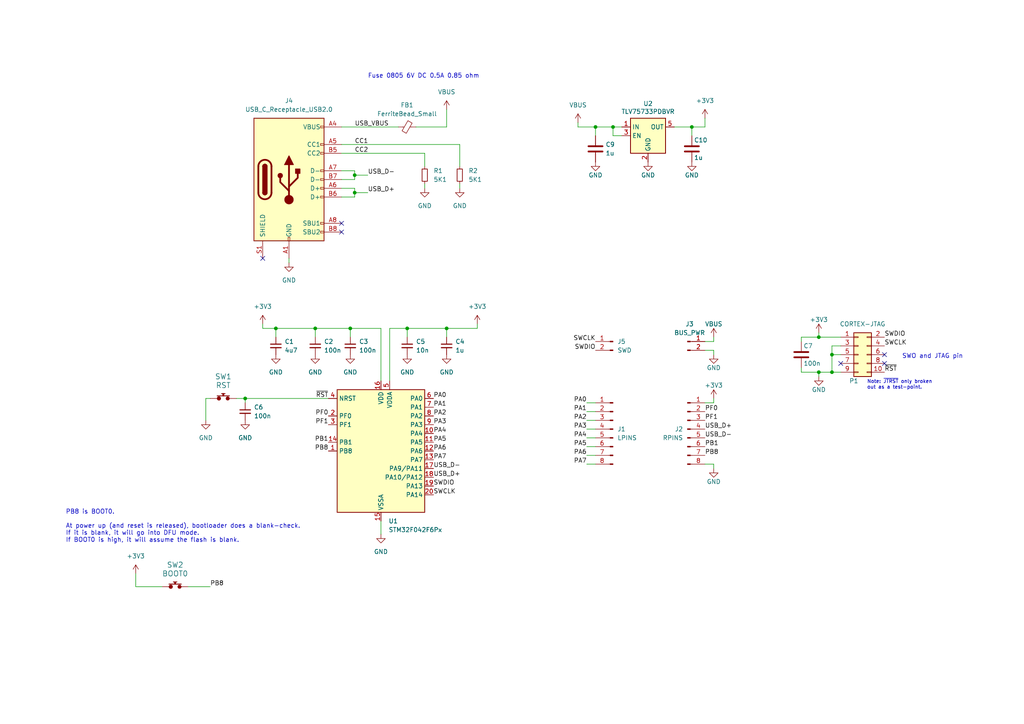
<source format=kicad_sch>
(kicad_sch (version 20230121) (generator eeschema)
  (paper "A4")
  (lib_symbols
    (symbol "Connector:Conn_01x02_Pin" (pin_names (offset 1.016) hide)
      (property "Reference" "J" (at 0 2.54 0))
      (property "Value" "Conn_01x02_Pin" (at 0 -5.08 0))
      (symbol "Conn_01x02_Pin_1_1"
        (polyline (pts (xy 1.27 -2.54) (xy 0.8636 -2.54)) (stroke (width 0.1524)))
        (polyline (pts (xy 1.27 0) (xy 0.8636 0)) (stroke (width 0.1524)))
        (rectangle (start 0.8636 -2.413) (end 0 -2.667) (stroke (width 0.1524)) (fill (type outline)))
        (rectangle (start 0.8636 0.127) (end 0 -0.127) (stroke (width 0.1524)) (fill (type outline)))
        (pin passive line (at 5.08 0 180) (length 3.81) (name "Pin_1") (number "1"))
        (pin passive line (at 5.08 -2.54 180) (length 3.81) (name "Pin_2") (number "2"))
      )
    )
    (symbol "Connector:Conn_01x08_Pin" (pin_names (offset 1.016) hide)
      (property "Reference" "J" (at 0 10.16 0))
      (property "Value" "Conn_01x08_Pin" (at 0 -12.7 0))
      (symbol "Conn_01x08_Pin_1_1"
        (polyline (pts (xy 1.27 -10.16) (xy 0.8636 -10.16)) (stroke (width 0.1524)))
        (polyline (pts (xy 1.27 -7.62) (xy 0.8636 -7.62)) (stroke (width 0.1524)))
        (polyline (pts (xy 1.27 -5.08) (xy 0.8636 -5.08)) (stroke (width 0.1524)))
        (polyline (pts (xy 1.27 -2.54) (xy 0.8636 -2.54)) (stroke (width 0.1524)))
        (polyline (pts (xy 1.27 0) (xy 0.8636 0)) (stroke (width 0.1524)))
        (polyline (pts (xy 1.27 2.54) (xy 0.8636 2.54)) (stroke (width 0.1524)))
        (polyline (pts (xy 1.27 5.08) (xy 0.8636 5.08)) (stroke (width 0.1524)))
        (polyline (pts (xy 1.27 7.62) (xy 0.8636 7.62)) (stroke (width 0.1524)))
        (rectangle (start 0.8636 -10.033) (end 0 -10.287) (stroke (width 0.1524)) (fill (type outline)))
        (rectangle (start 0.8636 -7.493) (end 0 -7.747) (stroke (width 0.1524)) (fill (type outline)))
        (rectangle (start 0.8636 -4.953) (end 0 -5.207) (stroke (width 0.1524)) (fill (type outline)))
        (rectangle (start 0.8636 -2.413) (end 0 -2.667) (stroke (width 0.1524)) (fill (type outline)))
        (rectangle (start 0.8636 0.127) (end 0 -0.127) (stroke (width 0.1524)) (fill (type outline)))
        (rectangle (start 0.8636 2.667) (end 0 2.413) (stroke (width 0.1524)) (fill (type outline)))
        (rectangle (start 0.8636 5.207) (end 0 4.953) (stroke (width 0.1524)) (fill (type outline)))
        (rectangle (start 0.8636 7.747) (end 0 7.493) (stroke (width 0.1524)) (fill (type outline)))
        (pin passive line (at 5.08 7.62 180) (length 3.81) (name "Pin_1") (number "1"))
        (pin passive line (at 5.08 5.08 180) (length 3.81) (name "Pin_2") (number "2"))
        (pin passive line (at 5.08 2.54 180) (length 3.81) (name "Pin_3") (number "3"))
        (pin passive line (at 5.08 0 180) (length 3.81) (name "Pin_4") (number "4"))
        (pin passive line (at 5.08 -2.54 180) (length 3.81) (name "Pin_5") (number "5"))
        (pin passive line (at 5.08 -5.08 180) (length 3.81) (name "Pin_6") (number "6"))
        (pin passive line (at 5.08 -7.62 180) (length 3.81) (name "Pin_7") (number "7"))
        (pin passive line (at 5.08 -10.16 180) (length 3.81) (name "Pin_8") (number "8"))
      )
    )
    (symbol "Connector:USB_C_Receptacle_USB2.0" (pin_names (offset 1.016))
      (property "Reference" "J" (at -10.16 19.05 0))
      (property "Value" "USB_C_Receptacle_USB2.0" (at 19.05 19.05 0))
      (symbol "USB_C_Receptacle_USB2.0_0_0"
        (rectangle (start -0.254 -17.78) (end 0.254 -16.764))
        (rectangle (start 10.16 -14.986) (end 9.144 -15.494))
        (rectangle (start 10.16 -12.446) (end 9.144 -12.954))
        (rectangle (start 10.16 -4.826) (end 9.144 -5.334))
        (rectangle (start 10.16 -2.286) (end 9.144 -2.794))
        (rectangle (start 10.16 0.254) (end 9.144 -0.254))
        (rectangle (start 10.16 2.794) (end 9.144 2.286))
        (rectangle (start 10.16 7.874) (end 9.144 7.366))
        (rectangle (start 10.16 10.414) (end 9.144 9.906))
        (rectangle (start 10.16 15.494) (end 9.144 14.986))
      )
      (symbol "USB_C_Receptacle_USB2.0_0_1"
        (rectangle (start -10.16 17.78) (end 10.16 -17.78) (stroke (width 0.254)) (fill (type background)))
        (arc (start -8.89 -3.81) (mid -6.985 -5.7067) (end -5.08 -3.81) (stroke (width 0.508)))
        (arc (start -7.62 -3.81) (mid -6.985 -4.4423) (end -6.35 -3.81) (stroke (width 0.254)))
        (arc (start -7.62 -3.81) (mid -6.985 -4.4423) (end -6.35 -3.81) (stroke (width 0.254)) (fill (type outline)))
        (rectangle (start -7.62 -3.81) (end -6.35 3.81) (stroke (width 0.254)) (fill (type outline)))
        (arc (start -6.35 3.81) (mid -6.985 4.4423) (end -7.62 3.81) (stroke (width 0.254)))
        (arc (start -6.35 3.81) (mid -6.985 4.4423) (end -7.62 3.81) (stroke (width 0.254)) (fill (type outline)))
        (arc (start -5.08 3.81) (mid -6.985 5.7067) (end -8.89 3.81) (stroke (width 0.508)))
        (circle (center -2.54 1.143) (radius 0.635) (stroke (width 0.254)) (fill (type outline)))
        (circle (center 0 -5.842) (radius 1.27) (fill (type outline)))
        (polyline (pts (xy -8.89 -3.81) (xy -8.89 3.81)) (stroke (width 0.508)))
        (polyline (pts (xy -5.08 3.81) (xy -5.08 -3.81)) (stroke (width 0.508)))
        (polyline (pts (xy 0 -5.842) (xy 0 4.318)) (stroke (width 0.508)))
        (polyline (pts (xy 0 -3.302) (xy -2.54 -0.762) (xy -2.54 0.508)) (stroke (width 0.508)))
        (polyline (pts (xy 0 -2.032) (xy 2.54 0.508) (xy 2.54 1.778)) (stroke (width 0.508)))
        (polyline (pts (xy -1.27 4.318) (xy 0 6.858) (xy 1.27 4.318) (xy -1.27 4.318)) (stroke (width 0.254)) (fill (type outline)))
        (rectangle (start 1.905 1.778) (end 3.175 3.048) (stroke (width 0.254)) (fill (type outline)))
      )
      (symbol "USB_C_Receptacle_USB2.0_1_1"
        (pin passive line (at 0 -22.86 90) (length 5.08) (name "GND") (number "A1"))
        (pin passive line (at 0 -22.86 90) (length 5.08) hide (name "GND") (number "A12"))
        (pin passive line (at 15.24 15.24 180) (length 5.08) (name "VBUS") (number "A4"))
        (pin bidirectional line (at 15.24 10.16 180) (length 5.08) (name "CC1") (number "A5"))
        (pin bidirectional line (at 15.24 -2.54 180) (length 5.08) (name "D+") (number "A6"))
        (pin bidirectional line (at 15.24 2.54 180) (length 5.08) (name "D-") (number "A7"))
        (pin bidirectional line (at 15.24 -12.7 180) (length 5.08) (name "SBU1") (number "A8"))
        (pin passive line (at 15.24 15.24 180) (length 5.08) hide (name "VBUS") (number "A9"))
        (pin passive line (at 0 -22.86 90) (length 5.08) hide (name "GND") (number "B1"))
        (pin passive line (at 0 -22.86 90) (length 5.08) hide (name "GND") (number "B12"))
        (pin passive line (at 15.24 15.24 180) (length 5.08) hide (name "VBUS") (number "B4"))
        (pin bidirectional line (at 15.24 7.62 180) (length 5.08) (name "CC2") (number "B5"))
        (pin bidirectional line (at 15.24 -5.08 180) (length 5.08) (name "D+") (number "B6"))
        (pin bidirectional line (at 15.24 0 180) (length 5.08) (name "D-") (number "B7"))
        (pin bidirectional line (at 15.24 -15.24 180) (length 5.08) (name "SBU2") (number "B8"))
        (pin passive line (at 15.24 15.24 180) (length 5.08) hide (name "VBUS") (number "B9"))
        (pin passive line (at -7.62 -22.86 90) (length 5.08) (name "SHIELD") (number "S1"))
      )
    )
    (symbol "Connector_Generic:Conn_02x05_Odd_Even" (pin_names (offset 1.016) hide)
      (property "Reference" "J" (at 1.27 7.62 0))
      (property "Value" "Conn_02x05_Odd_Even" (at 1.27 -7.62 0))
      (symbol "Conn_02x05_Odd_Even_1_1"
        (rectangle (start -1.27 -4.953) (end 0 -5.207) (stroke (width 0.1524)))
        (rectangle (start -1.27 -2.413) (end 0 -2.667) (stroke (width 0.1524)))
        (rectangle (start -1.27 0.127) (end 0 -0.127) (stroke (width 0.1524)))
        (rectangle (start -1.27 2.667) (end 0 2.413) (stroke (width 0.1524)))
        (rectangle (start -1.27 5.207) (end 0 4.953) (stroke (width 0.1524)))
        (rectangle (start -1.27 6.35) (end 3.81 -6.35) (stroke (width 0.254)) (fill (type background)))
        (rectangle (start 3.81 -4.953) (end 2.54 -5.207) (stroke (width 0.1524)))
        (rectangle (start 3.81 -2.413) (end 2.54 -2.667) (stroke (width 0.1524)))
        (rectangle (start 3.81 0.127) (end 2.54 -0.127) (stroke (width 0.1524)))
        (rectangle (start 3.81 2.667) (end 2.54 2.413) (stroke (width 0.1524)))
        (rectangle (start 3.81 5.207) (end 2.54 4.953) (stroke (width 0.1524)))
        (pin passive line (at -5.08 5.08 0) (length 3.81) (name "Pin_1") (number "1"))
        (pin passive line (at 7.62 -5.08 180) (length 3.81) (name "Pin_10") (number "10"))
        (pin passive line (at 7.62 5.08 180) (length 3.81) (name "Pin_2") (number "2"))
        (pin passive line (at -5.08 2.54 0) (length 3.81) (name "Pin_3") (number "3"))
        (pin passive line (at 7.62 2.54 180) (length 3.81) (name "Pin_4") (number "4"))
        (pin passive line (at -5.08 0 0) (length 3.81) (name "Pin_5") (number "5"))
        (pin passive line (at 7.62 0 180) (length 3.81) (name "Pin_6") (number "6"))
        (pin passive line (at -5.08 -2.54 0) (length 3.81) (name "Pin_7") (number "7"))
        (pin passive line (at 7.62 -2.54 180) (length 3.81) (name "Pin_8") (number "8"))
        (pin passive line (at -5.08 -5.08 0) (length 3.81) (name "Pin_9") (number "9"))
      )
    )
    (symbol "Device:C" (pin_numbers hide) (pin_names (offset 0.254))
      (property "Reference" "C" (at 0.635 2.54 0))
      (property "Value" "C" (at 0.635 -2.54 0))
      (symbol "C_0_1"
        (polyline (pts (xy -2.032 -0.762) (xy 2.032 -0.762)) (stroke (width 0.508)))
        (polyline (pts (xy -2.032 0.762) (xy 2.032 0.762)) (stroke (width 0.508)))
      )
      (symbol "C_1_1"
        (pin passive line (at 0 3.81 270) (length 2.794) (name "~") (number "1"))
        (pin passive line (at 0 -3.81 90) (length 2.794) (name "~") (number "2"))
      )
    )
    (symbol "Device:C_Small" (pin_numbers hide) (pin_names (offset 0.254) hide)
      (property "Reference" "C" (at 0.254 1.778 0))
      (property "Value" "C_Small" (at 0.254 -2.032 0))
      (symbol "C_Small_0_1"
        (polyline (pts (xy -1.524 -0.508) (xy 1.524 -0.508)) (stroke (width 0.3302)))
        (polyline (pts (xy -1.524 0.508) (xy 1.524 0.508)) (stroke (width 0.3048)))
      )
      (symbol "C_Small_1_1"
        (pin passive line (at 0 2.54 270) (length 2.032) (name "~") (number "1"))
        (pin passive line (at 0 -2.54 90) (length 2.032) (name "~") (number "2"))
      )
    )
    (symbol "Device:FerriteBead_Small" (pin_numbers hide) (pin_names (offset 0))
      (property "Reference" "FB" (at 1.905 1.27 0))
      (property "Value" "FerriteBead_Small" (at 1.905 -1.27 0))
      (symbol "FerriteBead_Small_0_1"
        (polyline (pts (xy 0 -1.27) (xy 0 -0.7874)))
        (polyline (pts (xy 0 0.889) (xy 0 1.2954)))
        (polyline (pts (xy -1.8288 0.2794) (xy -1.1176 1.4986) (xy 1.8288 -0.2032) (xy 1.1176 -1.4224) (xy -1.8288 0.2794)))
      )
      (symbol "FerriteBead_Small_1_1"
        (pin passive line (at 0 2.54 270) (length 1.27) (name "~") (number "1"))
        (pin passive line (at 0 -2.54 90) (length 1.27) (name "~") (number "2"))
      )
    )
    (symbol "Device:R_Small" (pin_numbers hide) (pin_names (offset 0.254) hide)
      (property "Reference" "R" (at 0.762 0.508 0))
      (property "Value" "R_Small" (at 0.762 -1.016 0))
      (symbol "R_Small_0_1"
        (rectangle (start -0.762 1.778) (end 0.762 -1.778) (stroke (width 0.2032)))
      )
      (symbol "R_Small_1_1"
        (pin passive line (at 0 2.54 270) (length 0.762) (name "~") (number "1"))
        (pin passive line (at 0 -2.54 90) (length 0.762) (name "~") (number "2"))
      )
    )
    (symbol "Engstad:SW_PUSH_NO" (pin_numbers hide) (pin_names (offset 0) hide)
      (property "Reference" "SW" (at 4.445 3.683 0))
      (property "Value" "SW_PUSH_NO" (at 0 -2.54 0))
      (symbol "SW_PUSH_NO_0_1"
        (circle (center -1.27 0) (radius 0.4064) (stroke (width 0.381)) (fill (type outline)))
        (rectangle (start -0.127 1.397) (end 0.127 0.762) (stroke (width 0.254)))
        (polyline (pts (xy -1.778 0.762) (xy 1.778 0.762)) (stroke (width 0.254)))
        (polyline (pts (xy -0.508 1.397) (xy 0.508 1.397)) (stroke (width 0.254)))
        (circle (center 1.27 0) (radius 0.381) (stroke (width 0.381)) (fill (type outline)))
      )
      (symbol "SW_PUSH_NO_1_1"
        (pin input line (at -3.81 0 0) (length 2.54) (name "~") (number "1"))
        (pin input line (at 3.81 0 180) (length 2.54) (name "~") (number "2"))
      )
    )
    (symbol "MCU_ST_STM32F0:STM32F042F6Px"
      (property "Reference" "U" (at -12.7 19.05 0))
      (property "Value" "STM32F042F6Px" (at 5.08 19.05 0))
      (symbol "STM32F042F6Px_0_1"
        (rectangle (start -12.7 -17.78) (end 12.7 17.78) (stroke (width 0.254)) (fill (type background)))
      )
      (symbol "STM32F042F6Px_1_1"
        (pin bidirectional line (at -15.24 0 0) (length 2.54) (name "PB8") (number "1"))
        (pin bidirectional line (at 15.24 5.08 180) (length 2.54) (name "PA4") (number "10"))
        (pin bidirectional line (at 15.24 2.54 180) (length 2.54) (name "PA5") (number "11"))
        (pin bidirectional line (at 15.24 0 180) (length 2.54) (name "PA6") (number "12"))
        (pin bidirectional line (at 15.24 -2.54 180) (length 2.54) (name "PA7") (number "13"))
        (pin bidirectional line (at -15.24 2.54 0) (length 2.54) (name "PB1") (number "14"))
        (pin power_in line (at 0 -20.32 90) (length 2.54) (name "VSSA") (number "15"))
        (pin power_in line (at 0 20.32 270) (length 2.54) (name "VDD") (number "16"))
        (pin bidirectional line (at 15.24 -5.08 180) (length 2.54) (name "PA9/PA11") (number "17"))
        (pin bidirectional line (at 15.24 -7.62 180) (length 2.54) (name "PA10/PA12") (number "18"))
        (pin bidirectional line (at 15.24 -10.16 180) (length 2.54) (name "PA13") (number "19"))
        (pin bidirectional line (at -15.24 10.16 0) (length 2.54) (name "PF0") (number "2"))
        (pin bidirectional line (at 15.24 -12.7 180) (length 2.54) (name "PA14") (number "20"))
        (pin bidirectional line (at -15.24 7.62 0) (length 2.54) (name "PF1") (number "3"))
        (pin input line (at -15.24 15.24 0) (length 2.54) (name "NRST") (number "4"))
        (pin power_in line (at 2.54 20.32 270) (length 2.54) (name "VDDA") (number "5"))
        (pin bidirectional line (at 15.24 15.24 180) (length 2.54) (name "PA0") (number "6"))
        (pin bidirectional line (at 15.24 12.7 180) (length 2.54) (name "PA1") (number "7"))
        (pin bidirectional line (at 15.24 10.16 180) (length 2.54) (name "PA2") (number "8"))
        (pin bidirectional line (at 15.24 7.62 180) (length 2.54) (name "PA3") (number "9"))
      )
    )
    (symbol "Regulator_Linear:LP5907MFX-3.3"
      (property "Reference" "U" (at -3.81 6.35 0))
      (property "Value" "LP5907MFX-3.3" (at 6.35 6.35 0))
      (symbol "LP5907MFX-3.3_0_1"
        (rectangle (start -5.08 -5.08) (end 5.08 5.08) (stroke (width 0.254)) (fill (type background)))
        (pin power_in line (at -7.62 2.54 0) (length 2.54) (name "IN") (number "1"))
        (pin power_in line (at 0 -7.62 90) (length 2.54) (name "GND") (number "2"))
        (pin input line (at -7.62 0 0) (length 2.54) (name "EN") (number "3"))
        (pin no_connect line (at 5.08 0 180) (length 2.54) hide (name "NC") (number "4"))
        (pin power_out line (at 7.62 2.54 180) (length 2.54) (name "OUT") (number "5"))
      )
    )
    (symbol "power:+3V3" (power) (pin_names (offset 0))
      (property "Value" "+3V3" (at 0 3.556 0))
      (symbol "+3V3_0_1"
        (polyline (pts (xy -0.762 1.27) (xy 0 2.54)))
        (polyline (pts (xy 0 0) (xy 0 2.54)))
        (polyline (pts (xy 0 2.54) (xy 0.762 1.27)))
      )
      (symbol "+3V3_1_1"
        (pin power_in line (at 0 0 90) (length 0) hide (name "+3V3") (number "1"))
      )
    )
    (symbol "power:GND" (power) (pin_names (offset 0))
      (property "Value" "GND" (at 0 -3.81 0))
      (symbol "GND_0_1"
        (polyline (pts (xy 0 0) (xy 0 -1.27) (xy 1.27 -1.27) (xy 0 -2.54) (xy -1.27 -1.27) (xy 0 -1.27)))
      )
      (symbol "GND_1_1"
        (pin power_in line (at 0 0 270) (length 0) hide (name "GND") (number "1"))
      )
    )
    (symbol "power:VBUS" (power) (pin_names (offset 0))
      (property "Value" "VBUS" (at 0 3.81 0))
      (symbol "VBUS_0_1"
        (polyline (pts (xy -0.762 1.27) (xy 0 2.54)))
        (polyline (pts (xy 0 0) (xy 0 2.54)))
        (polyline (pts (xy 0 2.54) (xy 0.762 1.27)))
      )
      (symbol "VBUS_1_1"
        (pin power_in line (at 0 0 90) (length 0) hide (name "VBUS") (number "1"))
      )
    )
  )
  (junction (at 237.49 97.79))
  (junction (at 172.72 36.83))
  (junction (at 101.6 95.25))
  (junction (at 71.12 115.57))
  (junction (at 129.54 95.25))
  (junction (at 118.11 95.25))
  (junction (at 91.44 95.25))
  (junction (at 102.87 55.88))
  (junction (at 237.49 107.95))
  (junction (at 80.01 95.25))
  (junction (at 102.87 50.8))
  (junction (at 241.3 107.95))
  (junction (at 177.8 36.83))
  (junction (at 200.66 36.83))
  (junction (at 241.3 102.87))
  (no_connect (at 99.06 67.31))
  (no_connect (at 99.06 64.77))
  (no_connect (at 76.2 74.93))
  (no_connect (at 256.54 102.87))
  (no_connect (at 243.84 105.41))
  (no_connect (at 256.54 105.41))
  (wire (pts (xy 170.18 116.84) (xy 172.72 116.84)))
  (wire (pts (xy 204.47 101.6) (xy 207.01 101.6)))
  (wire (pts (xy 59.69 115.57) (xy 60.96 115.57)))
  (wire (pts (xy 99.06 41.91) (xy 133.35 41.91)))
  (wire (pts (xy 241.3 100.33) (xy 241.3 102.87)))
  (wire (pts (xy 39.37 170.18) (xy 46.99 170.18)))
  (wire (pts (xy 177.8 39.37) (xy 180.34 39.37)))
  (wire (pts (xy 170.18 121.92) (xy 172.72 121.92)))
  (wire (pts (xy 113.03 95.25) (xy 118.11 95.25)))
  (wire (pts (xy 91.44 95.25) (xy 101.6 95.25)))
  (wire (pts (xy 120.65 36.83) (xy 129.54 36.83)))
  (wire (pts (xy 54.61 170.18) (xy 60.96 170.18)))
  (wire (pts (xy 99.06 57.15) (xy 102.87 57.15)))
  (wire (pts (xy 237.49 107.95) (xy 241.3 107.95)))
  (wire (pts (xy 237.49 107.95) (xy 237.49 109.22)))
  (wire (pts (xy 123.19 53.34) (xy 123.19 54.61)))
  (wire (pts (xy 207.01 101.6) (xy 207.01 102.87)))
  (wire (pts (xy 39.37 166.37) (xy 39.37 170.18)))
  (wire (pts (xy 204.47 116.84) (xy 207.01 116.84)))
  (wire (pts (xy 71.12 115.57) (xy 95.25 115.57)))
  (wire (pts (xy 170.18 129.54) (xy 172.72 129.54)))
  (wire (pts (xy 200.66 36.83) (xy 204.47 36.83)))
  (wire (pts (xy 102.87 49.53) (xy 102.87 50.8)))
  (wire (pts (xy 232.41 106.68) (xy 232.41 107.95)))
  (wire (pts (xy 170.18 124.46) (xy 172.72 124.46)))
  (wire (pts (xy 170.18 119.38) (xy 172.72 119.38)))
  (wire (pts (xy 101.6 95.25) (xy 110.49 95.25)))
  (wire (pts (xy 170.18 127) (xy 172.72 127)))
  (wire (pts (xy 76.2 93.98) (xy 76.2 95.25)))
  (wire (pts (xy 204.47 99.06) (xy 207.01 99.06)))
  (wire (pts (xy 102.87 50.8) (xy 106.68 50.8)))
  (wire (pts (xy 241.3 107.95) (xy 243.84 107.95)))
  (wire (pts (xy 118.11 95.25) (xy 118.11 97.79)))
  (wire (pts (xy 99.06 52.07) (xy 102.87 52.07)))
  (wire (pts (xy 172.72 36.83) (xy 177.8 36.83)))
  (wire (pts (xy 59.69 121.92) (xy 59.69 115.57)))
  (wire (pts (xy 71.12 115.57) (xy 71.12 116.84)))
  (wire (pts (xy 123.19 44.45) (xy 123.19 48.26)))
  (wire (pts (xy 177.8 36.83) (xy 180.34 36.83)))
  (wire (pts (xy 102.87 50.8) (xy 102.87 52.07)))
  (wire (pts (xy 80.01 95.25) (xy 80.01 97.79)))
  (wire (pts (xy 167.64 35.56) (xy 167.64 36.83)))
  (wire (pts (xy 204.47 36.83) (xy 204.47 34.29)))
  (wire (pts (xy 99.06 49.53) (xy 102.87 49.53)))
  (wire (pts (xy 172.72 36.83) (xy 172.72 39.37)))
  (wire (pts (xy 177.8 36.83) (xy 177.8 39.37)))
  (wire (pts (xy 170.18 132.08) (xy 172.72 132.08)))
  (wire (pts (xy 237.49 96.52) (xy 237.49 97.79)))
  (wire (pts (xy 80.01 95.25) (xy 91.44 95.25)))
  (wire (pts (xy 110.49 151.13) (xy 110.49 154.94)))
  (wire (pts (xy 232.41 97.79) (xy 237.49 97.79)))
  (wire (pts (xy 102.87 54.61) (xy 102.87 55.88)))
  (wire (pts (xy 167.64 36.83) (xy 172.72 36.83)))
  (wire (pts (xy 195.58 36.83) (xy 200.66 36.83)))
  (wire (pts (xy 204.47 134.62) (xy 207.01 134.62)))
  (wire (pts (xy 76.2 95.25) (xy 80.01 95.25)))
  (wire (pts (xy 102.87 55.88) (xy 102.87 57.15)))
  (wire (pts (xy 129.54 95.25) (xy 138.43 95.25)))
  (wire (pts (xy 138.43 93.98) (xy 138.43 95.25)))
  (wire (pts (xy 241.3 102.87) (xy 241.3 107.95)))
  (wire (pts (xy 118.11 95.25) (xy 129.54 95.25)))
  (wire (pts (xy 101.6 95.25) (xy 101.6 97.79)))
  (wire (pts (xy 207.01 115.57) (xy 207.01 116.84)))
  (wire (pts (xy 99.06 36.83) (xy 115.57 36.83)))
  (wire (pts (xy 232.41 97.79) (xy 232.41 99.06)))
  (wire (pts (xy 133.35 53.34) (xy 133.35 54.61)))
  (wire (pts (xy 200.66 36.83) (xy 200.66 39.37)))
  (wire (pts (xy 99.06 54.61) (xy 102.87 54.61)))
  (wire (pts (xy 241.3 102.87) (xy 243.84 102.87)))
  (wire (pts (xy 237.49 97.79) (xy 243.84 97.79)))
  (wire (pts (xy 68.58 115.57) (xy 71.12 115.57)))
  (wire (pts (xy 102.87 55.88) (xy 106.68 55.88)))
  (wire (pts (xy 129.54 95.25) (xy 129.54 97.79)))
  (wire (pts (xy 170.18 134.62) (xy 172.72 134.62)))
  (wire (pts (xy 129.54 31.75) (xy 129.54 36.83)))
  (wire (pts (xy 110.49 95.25) (xy 110.49 110.49)))
  (wire (pts (xy 232.41 107.95) (xy 237.49 107.95)))
  (wire (pts (xy 207.01 97.79) (xy 207.01 99.06)))
  (wire (pts (xy 91.44 95.25) (xy 91.44 97.79)))
  (wire (pts (xy 207.01 134.62) (xy 207.01 135.89)))
  (wire (pts (xy 133.35 41.91) (xy 133.35 48.26)))
  (wire (pts (xy 83.82 74.93) (xy 83.82 76.2)))
  (wire (pts (xy 99.06 44.45) (xy 123.19 44.45)))
  (wire (pts (xy 243.84 100.33) (xy 241.3 100.33)))
  (wire (pts (xy 113.03 110.49) (xy 113.03 95.25)))
  (text "Fuse 0805 6V DC 0.5A 0.85 ohm\n" (at 106.68 22.86 0) (effects (font (size 1.27 1.27)) (justify left bottom)))
  (text "PB8 is BOOT0.\n\nAt power up (and reset is released), bootloader does a blank-check. \nIf it is blank, it will go into DFU mode.\nIf BOOT0 is high, it will assume the flash is blank.\n" (at 19.05 157.48 0) (effects (font (size 1.27 1.27)) (justify left bottom)))
  (text "Note: ~{JTRST} only broken \nout as a test-point.\n" (at 251.46 113.03 0) (effects (font (size 1.016 1.016)) (justify left bottom)))
  (text "SWO and JTAG pin" (at 261.62 104.14 0) (effects (font (size 1.27 1.27)) (justify left bottom)))
  (label "PA6" (at 125.73 130.81 0))
  (label "PA4" (at 125.73 125.73 0))
  (label "PA3" (at 125.73 123.19 0))
  (label "USB_D+" (at 204.47 124.46 0))
  (label "PF1" (at 95.25 123.19 180))
  (label "USB_D-" (at 106.68 50.8 0))
  (label "PA5" (at 125.73 128.27 0))
  (label "PA7" (at 125.73 133.35 0))
  (label "PF1" (at 204.47 121.92 0))
  (label "PA3" (at 170.18 124.46 180))
  (label "PB8" (at 95.25 130.81 180))
  (label "SWCLK" (at 125.73 143.51 0))
  (label "PA5" (at 170.18 129.54 180))
  (label "SWDIO" (at 256.54 97.79 0))
  (label "CC2" (at 102.87 44.45 0))
  (label "PA0" (at 170.18 116.84 180))
  (label "PF0" (at 204.47 119.38 0))
  (label "PB1" (at 204.47 129.54 0))
  (label "SWCLK" (at 172.72 99.06 180))
  (label "PA1" (at 170.18 119.38 180))
  (label "PA4" (at 170.18 127 180))
  (label "PB8" (at 60.96 170.18 0))
  (label "PB8" (at 204.47 132.08 0))
  (label "PA1" (at 125.73 118.11 0))
  (label "USB_D+" (at 125.73 138.43 0))
  (label "SWDIO" (at 172.72 101.6 180))
  (label "PA2" (at 170.18 121.92 180))
  (label "USB_D-" (at 204.47 127 0))
  (label "SWCLK" (at 256.54 100.33 0))
  (label "CC1" (at 102.87 41.91 0))
  (label "USB_D-" (at 125.73 135.89 0))
  (label "SWDIO" (at 125.73 140.97 0))
  (label "~{RST}" (at 256.54 107.95 0))
  (label "USB_D+" (at 106.68 55.88 0))
  (label "PA6" (at 170.18 132.08 180))
  (label "PA2" (at 125.73 120.65 0))
  (label "PA7" (at 170.18 134.62 180))
  (label "PA0" (at 125.73 115.57 0))
  (label "~{RST}" (at 95.25 115.57 180))
  (label "PB1" (at 95.25 128.27 180))
  (label "USB_VBUS" (at 102.87 36.83 0))
  (label "PF0" (at 95.25 120.65 180))
  (symbol (lib_id "power:GND") (at 91.44 102.87 0) (unit 1)
    (property "Reference" "#PWR02" (effects hide))
    (property "Value" "GND" (at 91.44 107.95 0))
  )
  (symbol (lib_id "power:GND") (at 118.11 102.87 0) (unit 1)
    (property "Reference" "#PWR05" (effects hide))
    (property "Value" "GND" (at 118.11 107.95 0))
  )
  (symbol (lib_id "power:GND") (at 172.72 46.99 0) (unit 1)
    (property "Reference" "#PWR022" (effects hide))
    (property "Value" "GND" (at 172.72 50.8 0))
  )
  (symbol (lib_id "Engstad:SW_PUSH_NO") (at 50.8 170.18 0) (unit 1)
    (property "Reference" "SW2" (at 50.8 163.83 0) (effects (font (size 1.524 1.524))))
    (property "Value" "BOOT0" (at 50.8 166.37 0) (effects (font (size 1.524 1.524))))
    (property "Footprint" "Engstad:tactile-switch-evpay-34x29mm" (effects hide))
  )
  (symbol (lib_id "power:GND") (at 123.19 54.61 0) (unit 1)
    (property "Reference" "#PWR019" (effects hide))
    (property "Value" "GND" (at 123.19 59.69 0))
  )
  (symbol (lib_id "power:GND") (at 71.12 121.92 0) (unit 1)
    (property "Reference" "#PWR09" (effects hide))
    (property "Value" "GND" (at 71.12 127 0))
  )
  (symbol (lib_id "power:+3V3") (at 76.2 93.98 0) (unit 1)
    (property "Reference" "#PWR06" (effects hide))
    (property "Value" "+3V3" (at 76.2 88.9 0))
  )
  (symbol (lib_id "power:GND") (at 129.54 102.87 0) (unit 1)
    (property "Reference" "#PWR04" (effects hide))
    (property "Value" "GND" (at 129.54 107.95 0))
  )
  (symbol (lib_id "Connector:Conn_01x08_Pin") (at 177.8 124.46 0) (mirror y) (unit 1)
    (property "Reference" "J1" (at 179.07 124.46 0) (effects (justify right)))
    (property "Value" "LPINS" (at 179.07 127 0) (effects (justify right)))
    (property "Footprint" "Connector_PinHeader_2.54mm:PinHeader_1x08_P2.54mm_Vertical" (effects hide))
  )
  (symbol (lib_id "Connector:USB_C_Receptacle_USB2.0") (at 83.82 52.07 0) (unit 1)
    (property "Reference" "J4" (at 83.82 29.21 0))
    (property "Value" "USB_C_Receptacle_USB2.0" (at 83.82 31.75 0))
    (property "Footprint" "Connector_USB:USB_C_Receptacle_GCT_USB4085" (effects hide))
    (property "Datasheet" "https://www.usb.org/sites/default/files/documents/usb_type-c.zip" (effects hide))
  )
  (symbol (lib_id "power:VBUS") (at 129.54 31.75 0) (unit 1)
    (property "Reference" "#PWR021" (effects hide))
    (property "Value" "VBUS" (at 129.54 26.67 0))
  )
  (symbol (lib_id "Device:C_Small") (at 129.54 100.33 0) (unit 1)
    (property "Reference" "C4" (at 132.08 99.0663 0) (effects (justify left)))
    (property "Value" "1u" (at 132.08 101.6063 0) (effects (justify left)))
    (property "Footprint" "Capacitor_SMD:C_0603_1608Metric" (effects hide))
  )
  (symbol (lib_id "MCU_ST_STM32F0:STM32F042F6Px") (at 110.49 130.81 0) (unit 1)
    (property "Reference" "U1" (at 112.6841 151.13 0) (effects (justify left)))
    (property "Value" "STM32F042F6Px" (at 112.6841 153.67 0) (effects (justify left)))
    (property "Footprint" "Package_SO:TSSOP-20_4.4x6.5mm_P0.65mm" (effects hide))
    (property "Datasheet" "https://www.st.com/resource/en/datasheet/stm32f042f6.pdf" (effects hide))
  )
  (symbol (lib_id "Device:C_Small") (at 71.12 119.38 0) (unit 1)
    (property "Reference" "C6" (at 73.66 118.1163 0) (effects (justify left)))
    (property "Value" "100n" (at 73.66 120.6563 0) (effects (justify left)))
    (property "Footprint" "Capacitor_SMD:C_0603_1608Metric" (effects hide))
  )
  (symbol (lib_id "power:GND") (at 101.6 102.87 0) (unit 1)
    (property "Reference" "#PWR03" (effects hide))
    (property "Value" "GND" (at 101.6 107.95 0))
  )
  (symbol (lib_id "power:+3V3") (at 207.01 115.57 0) (unit 1)
    (property "Reference" "#PWR015" (effects hide))
    (property "Value" "+3V3" (at 207.01 111.76 0))
  )
  (symbol (lib_id "power:+3V3") (at 39.37 166.37 0) (unit 1)
    (property "Reference" "#PWR011" (effects hide))
    (property "Value" "+3V3" (at 39.37 161.29 0))
  )
  (symbol (lib_id "power:GND") (at 237.49 109.22 0) (unit 1)
    (property "Reference" "#PWR013" (effects hide))
    (property "Value" "GND" (at 237.49 113.03 0))
  )
  (symbol (lib_id "Device:C_Small") (at 80.01 100.33 0) (unit 1)
    (property "Reference" "C1" (at 82.55 99.0663 0) (effects (justify left)))
    (property "Value" "4u7" (at 82.55 101.6063 0) (effects (justify left)))
    (property "Footprint" "Capacitor_SMD:C_0603_1608Metric" (effects hide))
  )
  (symbol (lib_id "Device:C") (at 172.72 43.18 0) (unit 1)
    (property "Reference" "C9" (at 175.641 41.91 0) (effects (justify left)))
    (property "Value" "1u" (at 175.641 44.45 0) (effects (justify left)))
    (property "Footprint" "Capacitor_SMD:C_0603_1608Metric" (effects hide))
  )
  (symbol (lib_id "Device:C_Small") (at 118.11 100.33 0) (unit 1)
    (property "Reference" "C5" (at 120.65 99.0663 0) (effects (justify left)))
    (property "Value" "10n" (at 120.65 101.6063 0) (effects (justify left)))
    (property "Footprint" "Capacitor_SMD:C_0603_1608Metric" (effects hide))
  )
  (symbol (lib_id "power:GND") (at 59.69 121.92 0) (unit 1)
    (property "Reference" "#PWR010" (effects hide))
    (property "Value" "GND" (at 59.69 127 0))
  )
  (symbol (lib_id "power:VBUS") (at 207.01 97.79 0) (unit 1)
    (property "Reference" "#PWR016" (effects hide))
    (property "Value" "VBUS" (at 207.01 93.98 0))
  )
  (symbol (lib_id "power:GND") (at 80.01 102.87 0) (unit 1)
    (property "Reference" "#PWR01" (effects hide))
    (property "Value" "GND" (at 80.01 107.95 0))
  )
  (symbol (lib_id "power:+3V3") (at 237.49 96.52 0) (unit 1)
    (property "Reference" "#PWR012" (effects hide))
    (property "Value" "+3V3" (at 237.49 92.71 0))
  )
  (symbol (lib_id "Device:FerriteBead_Small") (at 118.11 36.83 90) (unit 1)
    (property "Reference" "FB1" (at 118.0719 30.48 90))
    (property "Value" "FerriteBead_Small" (at 118.0719 33.02 90))
    (property "Footprint" "Inductor_SMD:L_0805_2012Metric" (effects hide))
  )
  (symbol (lib_id "Connector:Conn_01x02_Pin") (at 199.39 99.06 0) (unit 1)
    (property "Reference" "J3" (at 200.025 93.98 0))
    (property "Value" "BUS_PWR" (at 200.025 96.52 0))
    (property "Footprint" "Connector_PinHeader_2.54mm:PinHeader_1x02_P2.54mm_Vertical" (effects hide))
  )
  (symbol (lib_id "power:+3V3") (at 138.43 93.98 0) (unit 1)
    (property "Reference" "#PWR07" (effects hide))
    (property "Value" "+3V3" (at 138.43 88.9 0))
  )
  (symbol (lib_id "Device:C") (at 232.41 102.87 0) (unit 1)
    (property "Reference" "C7" (at 233.045 100.33 0) (effects (justify left)))
    (property "Value" "100n" (at 233.045 105.41 0) (effects (justify left)))
    (property "Footprint" "Capacitor_SMD:C_0603_1608Metric" (effects hide))
  )
  (symbol (lib_id "power:GND") (at 207.01 102.87 0) (unit 1)
    (property "Reference" "#PWR017" (effects hide))
    (property "Value" "GND" (at 207.01 106.68 0))
  )
  (symbol (lib_id "power:GND") (at 83.82 76.2 0) (unit 1)
    (property "Reference" "#PWR018" (effects hide))
    (property "Value" "GND" (at 83.82 81.28 0))
  )
  (symbol (lib_id "Connector_Generic:Conn_02x05_Odd_Even") (at 248.92 102.87 0) (unit 1)
    (property "Reference" "P1" (at 247.65 110.49 0))
    (property "Value" "CORTEX-JTAG" (at 250.19 93.98 0))
    (property "Footprint" "Connector_PinHeader_1.27mm:PinHeader_2x05_P1.27mm_Vertical" (effects hide))
  )
  (symbol (lib_id "Regulator_Linear:LP5907MFX-3.3") (at 187.96 39.37 0) (unit 1)
    (property "Reference" "U2" (at 187.96 30.0482 0))
    (property "Value" "TLV75733PDBVR‎" (at 187.96 32.3596 0))
    (property "Footprint" "Package_TO_SOT_SMD:SOT-23-5" (effects hide))
    (property "Datasheet" "https://www.ti.com/lit/ds/symlink/tlv757p.pdf?HQS=TI-null-null-digikeymode-df-pf-null-wwe&ts=1601868242728" (effects hide))
  )
  (symbol (lib_id "power:GND") (at 110.49 154.94 0) (unit 1)
    (property "Reference" "#PWR08" (effects hide))
    (property "Value" "GND" (at 110.49 160.02 0))
  )
  (symbol (lib_id "power:+3V3") (at 204.47 34.29 0) (unit 1)
    (property "Reference" "#PWR025" (effects hide))
    (property "Value" "+3V3" (at 204.47 29.21 0))
  )
  (symbol (lib_id "Connector:Conn_01x08_Pin") (at 199.39 124.46 0) (unit 1)
    (property "Reference" "J2" (at 198.12 124.46 0) (effects (justify right)))
    (property "Value" "RPINS" (at 198.12 127 0) (effects (justify right)))
    (property "Footprint" "Connector_PinHeader_2.54mm:PinHeader_1x08_P2.54mm_Vertical" (effects hide))
  )
  (symbol (lib_id "Device:C_Small") (at 101.6 100.33 0) (unit 1)
    (property "Reference" "C3" (at 104.14 99.0663 0) (effects (justify left)))
    (property "Value" "100n" (at 104.14 101.6063 0) (effects (justify left)))
    (property "Footprint" "Capacitor_SMD:C_0603_1608Metric" (effects hide))
  )
  (symbol (lib_id "Device:C") (at 200.66 43.18 0) (unit 1)
    (property "Reference" "C10" (at 201.295 40.64 0) (effects (justify left)))
    (property "Value" "1u" (at 201.295 45.72 0) (effects (justify left)))
    (property "Footprint" "Capacitor_SMD:C_0603_1608Metric" (effects hide))
  )
  (symbol (lib_id "power:GND") (at 200.66 46.99 0) (unit 1)
    (property "Reference" "#PWR024" (effects hide))
    (property "Value" "GND" (at 200.66 50.8 0))
  )
  (symbol (lib_id "Device:R_Small") (at 133.35 50.8 0) (unit 1)
    (property "Reference" "R2" (at 135.89 49.53 0) (effects (justify left)))
    (property "Value" "5K1" (at 135.89 52.07 0) (effects (justify left)))
    (property "Footprint" "Resistor_SMD:R_0603_1608Metric" (effects hide))
  )
  (symbol (lib_id "Connector:Conn_01x02_Pin") (at 177.8 99.06 0) (mirror y) (unit 1)
    (property "Reference" "J5" (at 179.07 99.06 0) (effects (justify right)))
    (property "Value" "SWD" (at 179.07 101.6 0) (effects (justify right)))
    (property "Footprint" "Connector_PinHeader_2.54mm:PinHeader_1x02_P2.54mm_Vertical" (effects hide))
  )
  (symbol (lib_id "power:GND") (at 187.96 46.99 0) (unit 1)
    (property "Reference" "#PWR023" (effects hide))
    (property "Value" "GND" (at 187.96 50.8 0))
  )
  (symbol (lib_id "Device:R_Small") (at 123.19 50.8 0) (unit 1)
    (property "Reference" "R1" (at 125.73 49.53 0) (effects (justify left)))
    (property "Value" "5K1" (at 125.73 52.07 0) (effects (justify left)))
    (property "Footprint" "Resistor_SMD:R_0603_1608Metric" (effects hide))
  )
  (symbol (lib_id "Device:C_Small") (at 91.44 100.33 0) (unit 1)
    (property "Reference" "C2" (at 93.98 99.0663 0) (effects (justify left)))
    (property "Value" "100n" (at 93.98 101.6063 0) (effects (justify left)))
    (property "Footprint" "Capacitor_SMD:C_0603_1608Metric" (effects hide))
  )
  (symbol (lib_id "power:GND") (at 133.35 54.61 0) (unit 1)
    (property "Reference" "#PWR020" (effects hide))
    (property "Value" "GND" (at 133.35 59.69 0))
  )
  (symbol (lib_id "Engstad:SW_PUSH_NO") (at 64.77 115.57 0) (unit 1)
    (property "Reference" "SW1" (at 64.77 109.22 0) (effects (font (size 1.524 1.524))))
    (property "Value" "RST" (at 64.77 111.76 0) (effects (font (size 1.524 1.524))))
    (property "Footprint" "Engstad:tactile-switch-evpay-34x29mm" (effects hide))
  )
  (symbol (lib_id "power:GND") (at 207.01 135.89 0) (unit 1)
    (property "Reference" "#PWR014" (effects hide))
    (property "Value" "GND" (at 207.01 139.7 0))
  )
  (symbol (lib_id "power:VBUS") (at 167.64 35.56 0) (unit 1)
    (property "Reference" "#PWR026" (effects hide))
    (property "Value" "VBUS" (at 167.64 30.48 0))
  )
)
</source>
